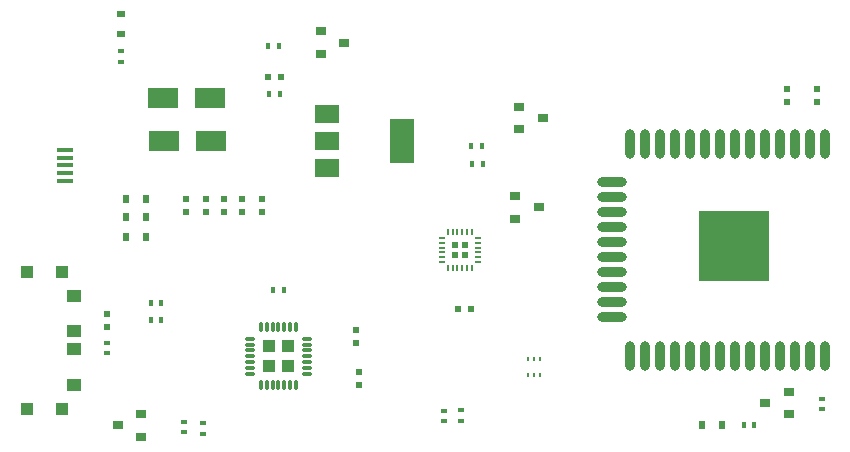
<source format=gtp>
G04 #@! TF.GenerationSoftware,KiCad,Pcbnew,5.0.0-rc2-dev-unknown-e0e0687~62~ubuntu16.04.1*
G04 #@! TF.CreationDate,2018-03-18T12:36:43+01:00*
G04 #@! TF.ProjectId,GhostESP32,47686F737445535033322E6B69636164,rev?*
G04 #@! TF.SameCoordinates,Original*
G04 #@! TF.FileFunction,Paste,Top*
G04 #@! TF.FilePolarity,Positive*
%FSLAX46Y46*%
G04 Gerber Fmt 4.6, Leading zero omitted, Abs format (unit mm)*
G04 Created by KiCad (PCBNEW 5.0.0-rc2-dev-unknown-e0e0687~62~ubuntu16.04.1) date Sun Mar 18 12:36:43 2018*
%MOMM*%
%LPD*%
G01*
G04 APERTURE LIST*
%ADD10R,0.400000X0.600000*%
%ADD11R,0.249200X0.399200*%
%ADD12R,2.500000X1.800000*%
%ADD13R,0.500000X0.600000*%
%ADD14R,0.600000X0.500000*%
%ADD15R,1.350000X0.400000*%
%ADD16R,0.600000X0.800000*%
%ADD17R,0.800000X0.600000*%
%ADD18R,0.525000X0.480000*%
%ADD19R,0.200000X0.550000*%
%ADD20R,0.550000X0.200000*%
%ADD21R,1.005000X1.005000*%
%ADD22O,0.300000X0.850000*%
%ADD23O,0.850000X0.300000*%
%ADD24O,0.900000X2.500000*%
%ADD25O,2.500000X0.900000*%
%ADD26R,6.000000X6.000000*%
%ADD27R,1.300000X1.000000*%
%ADD28R,1.100000X1.000000*%
%ADD29R,0.600000X0.400000*%
%ADD30R,2.000000X1.500000*%
%ADD31R,2.000000X3.800000*%
%ADD32R,0.900000X0.800000*%
G04 APERTURE END LIST*
D10*
X107300000Y-107150000D03*
X106400000Y-107150000D03*
D11*
X139350000Y-111925000D03*
X138350000Y-111925000D03*
X138850000Y-113275000D03*
X138850000Y-111925000D03*
X138350000Y-113275000D03*
X139350000Y-113275000D03*
D12*
X111450000Y-89800000D03*
X107450000Y-89800000D03*
D10*
X116400000Y-89450000D03*
X117300000Y-89450000D03*
D13*
X102700000Y-108050000D03*
X102700000Y-109150000D03*
X123800000Y-109400000D03*
X123800000Y-110500000D03*
D14*
X132450000Y-107650000D03*
X133550000Y-107650000D03*
D13*
X124000000Y-113000000D03*
X124000000Y-114100000D03*
X162800000Y-90100000D03*
X162800000Y-89000000D03*
X160300000Y-89000000D03*
X160300000Y-90100000D03*
X112600000Y-98300000D03*
X112600000Y-99400000D03*
X114100000Y-99400000D03*
X114100000Y-98300000D03*
X111100000Y-98300000D03*
X111100000Y-99400000D03*
X109400000Y-99400000D03*
X109400000Y-98300000D03*
D14*
X117450000Y-88050000D03*
X116350000Y-88050000D03*
D13*
X115850000Y-99400000D03*
X115850000Y-98300000D03*
D15*
X99100000Y-96800000D03*
X99100000Y-96150000D03*
X99100000Y-95500000D03*
X99100000Y-94850000D03*
X99100000Y-94200000D03*
D16*
X106000000Y-98300000D03*
X104300000Y-98300000D03*
X104300000Y-99850000D03*
X106000000Y-99850000D03*
X106000000Y-101550000D03*
X104300000Y-101550000D03*
D17*
X103850000Y-82700000D03*
X103850000Y-84400000D03*
D16*
X154800000Y-117450000D03*
X153100000Y-117450000D03*
D12*
X111500000Y-93400000D03*
X107500000Y-93400000D03*
D18*
X132130000Y-102250000D03*
X132130000Y-103050000D03*
X133000000Y-102250000D03*
X133000000Y-103050000D03*
D19*
X131565000Y-101150000D03*
X131965000Y-101150000D03*
X132365000Y-101150000D03*
X132765000Y-101150000D03*
X133165000Y-101150000D03*
X133565000Y-101150000D03*
D20*
X134065000Y-101650000D03*
X134065000Y-102050000D03*
X134065000Y-102450000D03*
X134065000Y-102850000D03*
X134065000Y-103250000D03*
X134065000Y-103650000D03*
D19*
X133565000Y-104150000D03*
X133165000Y-104150000D03*
X132765000Y-104150000D03*
X132365000Y-104150000D03*
X131965000Y-104150000D03*
X131565000Y-104150000D03*
D20*
X131065000Y-103650000D03*
X131065000Y-103250000D03*
X131065000Y-102850000D03*
X131065000Y-102450000D03*
X131065000Y-102050000D03*
X131065000Y-101650000D03*
D21*
X116375000Y-110825000D03*
X116375000Y-112500000D03*
X118050000Y-110825000D03*
X118050000Y-112500000D03*
D22*
X115712500Y-109212500D03*
X116212500Y-109212500D03*
X116712500Y-109212500D03*
X117212500Y-109212500D03*
X117712500Y-109212500D03*
X118212500Y-109212500D03*
X118712500Y-109212500D03*
D23*
X119662500Y-110162500D03*
X119662500Y-110662500D03*
X119662500Y-111162500D03*
X119662500Y-111662500D03*
X119662500Y-112162500D03*
X119662500Y-112662500D03*
X119662500Y-113162500D03*
D22*
X118712500Y-114112500D03*
X118212500Y-114112500D03*
X117712500Y-114112500D03*
X117212500Y-114112500D03*
X116712500Y-114112500D03*
X116212500Y-114112500D03*
X115712500Y-114112500D03*
D23*
X114762500Y-113162500D03*
X114762500Y-112662500D03*
X114762500Y-112162500D03*
X114762500Y-111662500D03*
X114762500Y-111162500D03*
X114762500Y-110662500D03*
X114762500Y-110162500D03*
D24*
X163450000Y-111650000D03*
X162180000Y-111650000D03*
X160910000Y-111650000D03*
X159640000Y-111650000D03*
X158370000Y-111650000D03*
X157100000Y-111650000D03*
X155830000Y-111650000D03*
X154560000Y-111650000D03*
X153290000Y-111650000D03*
X152020000Y-111650000D03*
X150750000Y-111650000D03*
X149480000Y-111650000D03*
X148210000Y-111650000D03*
X146940000Y-111650000D03*
D25*
X145450000Y-108365000D03*
X145450000Y-107095000D03*
X145450000Y-105825000D03*
X145450000Y-104555000D03*
X145450000Y-103285000D03*
X145450000Y-102015000D03*
X145450000Y-100745000D03*
X145450000Y-99475000D03*
X145450000Y-98205000D03*
X145450000Y-96935000D03*
D24*
X146940000Y-93650000D03*
X148210000Y-93650000D03*
X149480000Y-93650000D03*
X150750000Y-93650000D03*
X152020000Y-93650000D03*
X153290000Y-93650000D03*
X154560000Y-93650000D03*
X155830000Y-93650000D03*
X157100000Y-93650000D03*
X158370000Y-93650000D03*
X159640000Y-93650000D03*
X160910000Y-93650000D03*
X162180000Y-93650000D03*
X163450000Y-93650000D03*
D26*
X155750000Y-102350000D03*
D27*
X99900000Y-106550000D03*
X99900000Y-109550000D03*
X99900000Y-111050000D03*
X99900000Y-114050000D03*
D28*
X98900000Y-104500000D03*
X95900000Y-104500000D03*
X98900000Y-116100000D03*
X95900000Y-116100000D03*
D10*
X117250000Y-85350000D03*
X116350000Y-85350000D03*
D29*
X102700000Y-111400000D03*
X102700000Y-110500000D03*
X131200000Y-117150000D03*
X131200000Y-116250000D03*
D10*
X133550000Y-93850000D03*
X134450000Y-93850000D03*
X134500000Y-95400000D03*
X133600000Y-95400000D03*
X106400000Y-108600000D03*
X107300000Y-108600000D03*
D29*
X103850000Y-86750000D03*
X103850000Y-85850000D03*
D10*
X156600000Y-117500000D03*
X157500000Y-117500000D03*
X117650000Y-106050000D03*
X116750000Y-106050000D03*
D29*
X109250000Y-117200000D03*
X109250000Y-118100000D03*
X110850000Y-118200000D03*
X110850000Y-117300000D03*
X132650000Y-116200000D03*
X132650000Y-117100000D03*
X163250000Y-115250000D03*
X163250000Y-116150000D03*
D30*
X121350000Y-91150000D03*
X121350000Y-95750000D03*
X121350000Y-93450000D03*
D31*
X127650000Y-93450000D03*
D32*
X139250000Y-99050000D03*
X137250000Y-100000000D03*
X137250000Y-98100000D03*
X160400000Y-116550000D03*
X160400000Y-114650000D03*
X158400000Y-115600000D03*
X139600000Y-91500000D03*
X137600000Y-92450000D03*
X137600000Y-90550000D03*
X120800000Y-84150000D03*
X120800000Y-86050000D03*
X122800000Y-85100000D03*
X103600000Y-117500000D03*
X105600000Y-116550000D03*
X105600000Y-118450000D03*
M02*

</source>
